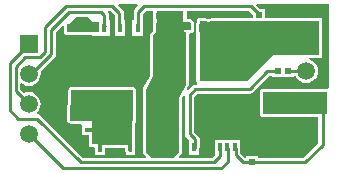
<source format=gtl>
G04*
G04 #@! TF.GenerationSoftware,Altium Limited,Altium NEXUS,1.1.6 (48)*
G04*
G04 Layer_Physical_Order=1*
G04 Layer_Color=255*
%FSLAX25Y25*%
%MOIN*%
G70*
G01*
G75*
%ADD11R,0.03150X0.01378*%
%ADD12R,0.06063X0.02677*%
%ADD13R,0.01378X0.03150*%
%ADD14R,0.01280X0.03150*%
%ADD15R,0.03150X0.01181*%
%ADD16R,0.02047X0.02047*%
%ADD17R,0.02047X0.02047*%
%ADD18R,0.06496X0.05512*%
%ADD29C,0.01000*%
%ADD30C,0.05906*%
%ADD31R,0.05906X0.05906*%
%ADD32C,0.02756*%
G36*
X81835Y52223D02*
Y51413D01*
X68319D01*
X68220Y51394D01*
X68120D01*
X68027Y51355D01*
X67928Y51336D01*
X67845Y51280D01*
X67752Y51241D01*
X67514Y51082D01*
X66984Y50977D01*
X66454Y51083D01*
X66216Y51241D01*
X66124Y51280D01*
X66040Y51336D01*
X65942Y51355D01*
X65849Y51394D01*
X65749D01*
X65650Y51413D01*
X64173D01*
X63783Y51336D01*
X63452Y51115D01*
X63231Y50784D01*
X63165Y50449D01*
X62976D01*
Y49547D01*
X62957Y49449D01*
X62957Y30315D01*
X63034Y29925D01*
X63255Y29594D01*
X63264Y29588D01*
X63112Y29089D01*
X62598D01*
X62013Y28972D01*
X61517Y28640D01*
X60139Y27262D01*
X59731Y27562D01*
X60274Y28603D01*
X60287Y28646D01*
X60312Y28684D01*
X60342Y28836D01*
X60386Y28984D01*
X60381Y29030D01*
X60390Y29074D01*
X60390Y45871D01*
X60743Y46224D01*
X61185D01*
X61575Y46302D01*
X61906Y46523D01*
X61906Y46523D01*
X62127Y46854D01*
X62205Y47244D01*
X62205Y49591D01*
X62127Y49981D01*
X61906Y50312D01*
X61552Y50666D01*
X61222Y50887D01*
X60831Y50964D01*
X59626D01*
Y53543D01*
X59763Y53711D01*
X80347D01*
X81835Y52223D01*
D02*
G37*
G36*
X103937Y38976D02*
X88583D01*
X79921Y30315D01*
X77362D01*
Y30315D01*
X63976D01*
X63976Y49449D01*
X64173D01*
Y50394D01*
X65650D01*
X66057Y50122D01*
X66984Y49938D01*
X67912Y50122D01*
X68319Y50394D01*
X81835D01*
Y50339D01*
X85882D01*
Y50394D01*
X103937D01*
X103937Y38976D01*
D02*
G37*
G36*
X58606Y53543D02*
Y52402D01*
D01*
Y49945D01*
X60831D01*
X61185Y49591D01*
X61185Y47244D01*
X58661Y47244D01*
Y46693D01*
X59370D01*
X59370Y29074D01*
X57008Y24547D01*
X57008Y10979D01*
X57024Y10963D01*
X57024Y6630D01*
X55073Y4679D01*
X48077D01*
X46157Y6598D01*
X46158Y9291D01*
X46142D01*
Y27343D01*
X48465Y31831D01*
X48465Y45551D01*
X49508Y46595D01*
Y49449D01*
X49761Y49449D01*
Y53543D01*
X58606Y53543D01*
D02*
G37*
G36*
X28346Y50000D02*
X30595D01*
Y46457D01*
X23283D01*
Y46512D01*
X19685D01*
Y49213D01*
X20472D01*
X23002Y51742D01*
X26604D01*
X28346Y50000D01*
D02*
G37*
G36*
X43438Y55444D02*
X42423Y54428D01*
X42091Y53932D01*
X41974Y53347D01*
Y50449D01*
X41618D01*
Y45299D01*
X44996D01*
Y47647D01*
X45033Y47835D01*
Y52713D01*
X46031Y53711D01*
X48370D01*
Y49945D01*
X48370D01*
X48488Y49449D01*
Y47017D01*
X47744Y46272D01*
X47656Y46140D01*
X47523Y45941D01*
X47523Y45941D01*
X47523Y45941D01*
X47493Y45794D01*
X47445Y45551D01*
X47445Y32079D01*
X45236Y27811D01*
X45224Y27769D01*
X45200Y27733D01*
X45169Y27579D01*
X45126Y27429D01*
X45131Y27385D01*
X45122Y27343D01*
Y9291D01*
X45138Y9212D01*
X45138Y6599D01*
X45215Y6208D01*
X45436Y5878D01*
X46173Y5141D01*
X45982Y4679D01*
X25043D01*
X10924Y18798D01*
X10428Y19129D01*
X9993Y19216D01*
X9818Y19712D01*
X9906Y19779D01*
X10539Y20605D01*
X10938Y21567D01*
X11073Y22598D01*
X10938Y23630D01*
X10539Y24592D01*
X9906Y25418D01*
X9080Y26051D01*
X8118Y26449D01*
X7087Y26585D01*
X6055Y26449D01*
X5591Y26257D01*
X4163Y27685D01*
Y29229D01*
X4663Y29476D01*
X5093Y29146D01*
X6055Y28747D01*
X7087Y28612D01*
X8118Y28747D01*
X9080Y29146D01*
X9906Y29779D01*
X10539Y30605D01*
X10938Y31567D01*
X11073Y32598D01*
X10961Y33454D01*
X15648Y38142D01*
X15980Y38638D01*
X16096Y39224D01*
Y46611D01*
X18203Y48718D01*
X18665Y48526D01*
Y46512D01*
X18743Y46122D01*
X18964Y45791D01*
X19295Y45570D01*
X19685Y45492D01*
X23006D01*
X23283Y45437D01*
X28035D01*
Y45299D01*
X33972D01*
Y50449D01*
X33813D01*
Y52147D01*
X33696Y52732D01*
X33365Y53229D01*
X33313Y53280D01*
X33505Y53742D01*
X34252D01*
X35699Y52296D01*
Y48205D01*
X35713Y48136D01*
Y45299D01*
X39091D01*
Y47647D01*
X39128Y47835D01*
X39091Y48022D01*
Y50449D01*
X38758D01*
Y52929D01*
X38641Y53514D01*
X38310Y54011D01*
X36877Y55444D01*
X37068Y55905D01*
X43247D01*
X43438Y55444D01*
D02*
G37*
G36*
X107087Y27950D02*
X106937Y27823D01*
X106587Y27634D01*
X106299Y27692D01*
X85015D01*
X85009Y27690D01*
X85003Y27692D01*
X84815Y27652D01*
X84625Y27614D01*
X84620Y27610D01*
X84614Y27609D01*
X84455Y27500D01*
X84294Y27393D01*
X84291Y27388D01*
X84285Y27384D01*
X84181Y27223D01*
X84073Y27062D01*
X84072Y27056D01*
X84069Y27051D01*
X84033Y26861D01*
X83996Y26672D01*
X83997Y26666D01*
X83996Y26659D01*
X84087Y19262D01*
X84127Y19073D01*
X84165Y18884D01*
X84168Y18879D01*
X84170Y18873D01*
X84279Y18713D01*
X84386Y18553D01*
X84391Y18550D01*
X84395Y18544D01*
X84556Y18440D01*
X84717Y18332D01*
X84723Y18331D01*
X84728Y18328D01*
X84918Y18292D01*
X85107Y18255D01*
X103589D01*
Y9689D01*
X98579Y4679D01*
X83520D01*
Y5118D01*
Y5173D01*
X79472D01*
Y4697D01*
X78972Y4687D01*
X77553Y6106D01*
Y8071D01*
X77516Y8258D01*
Y10685D01*
X69020D01*
Y5536D01*
X69020Y5536D01*
X69020D01*
X68746Y5161D01*
X68264Y4679D01*
X57168D01*
X56977Y5141D01*
X57745Y5909D01*
X57966Y6240D01*
X58043Y6630D01*
X58043Y10963D01*
X58028Y11042D01*
X58027Y24297D01*
X58600Y25395D01*
X59101Y25273D01*
Y12677D01*
X59217Y12092D01*
X59548Y11596D01*
X60555Y10589D01*
Y5536D01*
X63933D01*
Y7884D01*
X63970Y8071D01*
Y10866D01*
X63854Y11451D01*
X63522Y11948D01*
X62159Y13311D01*
Y24957D01*
X63232Y26030D01*
X80709D01*
X81294Y26146D01*
X81790Y26478D01*
X87248Y31935D01*
X88134D01*
Y31441D01*
X95331D01*
Y31935D01*
X95997D01*
X96134Y31605D01*
X96767Y30779D01*
X97593Y30146D01*
X98555Y29747D01*
X99587Y29612D01*
X100619Y29747D01*
X101580Y30146D01*
X102406Y30779D01*
X103039Y31605D01*
X103438Y32567D01*
X103574Y33598D01*
X103438Y34630D01*
X103039Y35592D01*
X102406Y36418D01*
X101580Y37051D01*
X100619Y37449D01*
X100563Y37457D01*
X100595Y37957D01*
X103937D01*
X104327Y38034D01*
X104658Y38255D01*
X104879Y38586D01*
X104957Y38976D01*
X104957Y50394D01*
X104879Y50784D01*
X104658Y51115D01*
X104327Y51336D01*
X103937Y51413D01*
X85882D01*
Y54386D01*
X83997D01*
X82940Y55444D01*
X83131Y55905D01*
X107087D01*
Y27950D01*
D02*
G37*
G36*
X106299Y19274D02*
X85107D01*
X85063Y22792D01*
X85021Y26209D01*
D01*
X85015Y26672D01*
X106299D01*
Y19274D01*
D02*
G37*
%LPC*%
G36*
X41732Y28185D02*
X21260D01*
X21084Y28150D01*
X20908Y28122D01*
X20890Y28111D01*
X20870Y28107D01*
X20721Y28008D01*
X20568Y27915D01*
X20556Y27898D01*
X20539Y27886D01*
X20439Y27738D01*
X20334Y27593D01*
X20329Y27573D01*
X20318Y27556D01*
X20283Y27380D01*
X20241Y27206D01*
X19846Y17330D01*
X19848Y17320D01*
X19845Y17310D01*
X19879Y17124D01*
X19908Y16938D01*
X19913Y16929D01*
X19915Y16918D01*
X20017Y16759D01*
X20116Y16598D01*
X20124Y16592D01*
X20130Y16583D01*
X20476Y16223D01*
X20484Y16217D01*
X20490Y16208D01*
X20647Y16103D01*
X20802Y15995D01*
X20812Y15993D01*
X20821Y15987D01*
X21006Y15950D01*
X21191Y15910D01*
X21201Y15912D01*
X21211Y15910D01*
X24297D01*
X24630Y15547D01*
Y12169D01*
X27169D01*
X27169Y9130D01*
X27247Y8739D01*
X27468Y8409D01*
X27799Y8188D01*
X28189Y8110D01*
X28686D01*
X29040Y7756D01*
X29040Y6535D01*
X29059Y6437D01*
Y5535D01*
X29961D01*
X30059Y5516D01*
X31437D01*
X31536Y5535D01*
X32437D01*
Y6437D01*
X32457Y6535D01*
X32457Y8075D01*
X39276D01*
X39276Y6536D01*
X39295Y6437D01*
Y5535D01*
X40197D01*
X40295Y5516D01*
X41575D01*
X41673Y5535D01*
X42575D01*
Y6437D01*
X42595Y6536D01*
X42594Y16420D01*
X42674Y16539D01*
X42752Y16929D01*
Y27165D01*
X42674Y27556D01*
X42453Y27886D01*
X42123Y28107D01*
X41732Y28185D01*
D02*
G37*
%LPD*%
G36*
Y16929D02*
X41575D01*
X41575Y6536D01*
X40295D01*
X40295Y9094D01*
X31437D01*
X31437Y6535D01*
X30059D01*
X30059Y9130D01*
X28189D01*
X28189Y13228D01*
X25827Y13228D01*
X25827Y14508D01*
X28189D01*
Y16929D01*
X21211D01*
X20865Y17290D01*
X21260Y27165D01*
X41732D01*
Y16929D01*
D02*
G37*
D11*
X27205Y13858D02*
D03*
Y24094D02*
D03*
X78347Y31890D02*
D03*
Y42126D02*
D03*
D12*
X76929Y23976D02*
D03*
X28622Y32008D02*
D03*
D13*
X75827Y8110D02*
D03*
X73268D02*
D03*
X70709D02*
D03*
X68150D02*
D03*
X55354D02*
D03*
X47854Y8110D02*
D03*
X30748Y8110D02*
D03*
X62244Y8110D02*
D03*
X43307Y47874D02*
D03*
X74803Y47874D02*
D03*
X57697Y47874D02*
D03*
X50197Y47874D02*
D03*
X37402D02*
D03*
X34843D02*
D03*
X32283D02*
D03*
X29724D02*
D03*
D14*
X40935Y8110D02*
D03*
X64616Y47874D02*
D03*
D15*
X78386Y11457D02*
D03*
Y20512D02*
D03*
X27165Y35472D02*
D03*
Y44528D02*
D03*
D16*
X57480Y51968D02*
D03*
X60630D02*
D03*
X50394D02*
D03*
X47244D02*
D03*
X90158Y33465D02*
D03*
X93307D02*
D03*
D17*
X21260Y47638D02*
D03*
Y44488D02*
D03*
X81496Y3150D02*
D03*
Y6299D02*
D03*
X83858Y49213D02*
D03*
Y52362D02*
D03*
D18*
X88583Y22933D02*
D03*
Y10925D02*
D03*
D29*
X3594Y17717D02*
X9843D01*
X634Y20677D02*
X3594Y17717D01*
X634Y20677D02*
Y36146D01*
X61023Y52362D02*
X66984D01*
X32283Y48522D02*
X32299Y48506D01*
X32283Y48522D02*
Y52147D01*
X31159Y53272D02*
X32283Y52147D01*
X80980Y55240D02*
X83433Y52787D01*
X43504Y53347D02*
X45397Y55240D01*
X80980D01*
X60630Y51968D02*
X61023Y52362D01*
X47244Y47136D02*
Y51968D01*
X41151Y41043D02*
X47244Y47136D01*
X83433Y52362D02*
Y52787D01*
X76024Y5472D02*
Y8071D01*
X70906Y5158D02*
Y8071D01*
X73465Y3386D02*
Y8071D01*
X43504Y47835D02*
Y53347D01*
X62441Y8071D02*
Y10866D01*
X37228Y48205D02*
Y52929D01*
X81496Y3150D02*
X99213D01*
X78347D02*
X81496D01*
X37228Y48205D02*
X37598Y47835D01*
X86614Y33465D02*
X90158D01*
X60630Y12677D02*
X62441Y10866D01*
X93307Y33465D02*
X99453D01*
X99587Y33598D01*
X634Y36146D02*
X7087Y42598D01*
X2634Y27051D02*
Y34874D01*
X5906Y38146D01*
X10661D01*
X14567Y39224D02*
Y47244D01*
X10661Y38146D02*
X12567Y40052D01*
Y48394D01*
X2634Y27051D02*
X7087Y22598D01*
X7942Y32598D02*
X14567Y39224D01*
X7087Y32598D02*
X7942D01*
X9843Y17717D02*
X24409Y3150D01*
X68898D01*
X70906Y5158D01*
X7087Y12598D02*
X18535Y1150D01*
X71228D01*
X73465Y3386D01*
X76024Y5472D02*
X78347Y3150D01*
X60630Y12677D02*
Y25591D01*
X80709Y27559D02*
X86614Y33465D01*
X60630Y25591D02*
X62598Y27559D01*
X80709D01*
X19445Y55272D02*
X34886D01*
X20595Y53272D02*
X31159D01*
X14567Y47244D02*
X20595Y53272D01*
X12567Y48394D02*
X19445Y55272D01*
X34886D02*
X37228Y52929D01*
X99213Y3150D02*
X105118Y9055D01*
Y20866D01*
D30*
X99587Y13598D02*
D03*
Y23598D02*
D03*
Y33598D02*
D03*
X7087Y12598D02*
D03*
Y22598D02*
D03*
Y32598D02*
D03*
D31*
X99587Y43598D02*
D03*
X7087Y42598D02*
D03*
D32*
X50787Y26181D02*
D03*
X48819D02*
D03*
X50787Y21654D02*
D03*
X52756D02*
D03*
Y26181D02*
D03*
X23622Y50394D02*
D03*
X25984D02*
D03*
X66984Y52362D02*
D03*
X48819Y21654D02*
D03*
X22835Y19291D02*
D03*
X23622Y39764D02*
D03*
X22835Y25197D02*
D03*
Y21260D02*
D03*
Y23228D02*
D03*
X23622Y32677D02*
D03*
Y34252D02*
D03*
Y36220D02*
D03*
Y37795D02*
D03*
X53937Y51575D02*
D03*
M02*

</source>
